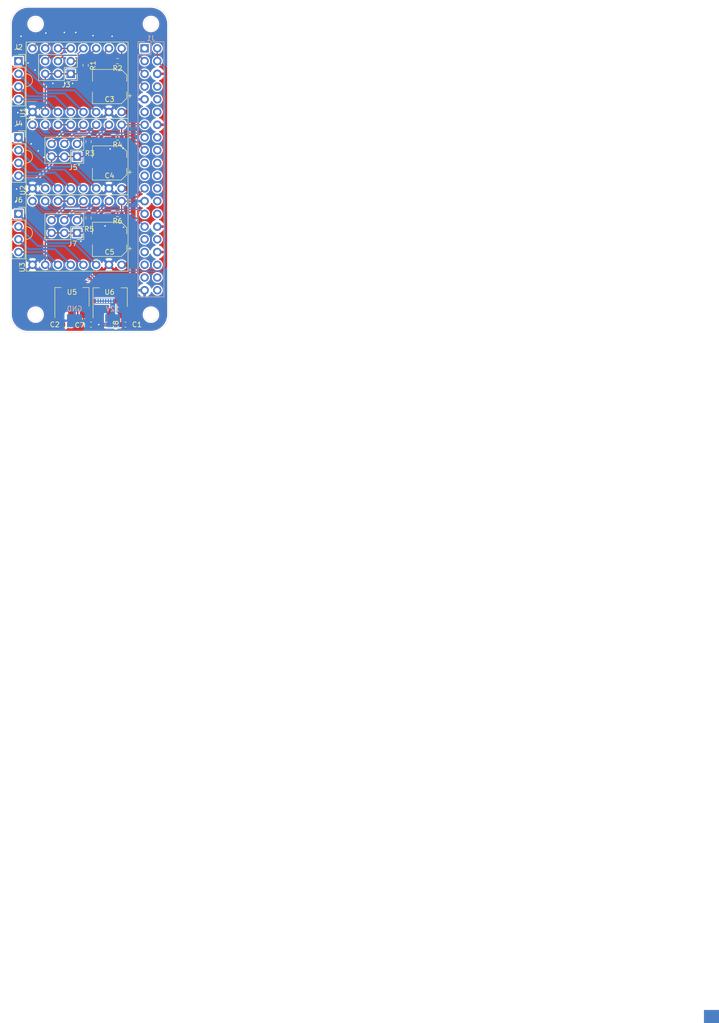
<source format=kicad_pcb>
(kicad_pcb (version 20171130) (host pcbnew "(5.1.10)-1")
  (layers (0 F.Cu signal) (31 B.Cu signal) (34 B.Paste user hide) (35 F.Paste user hide) (36 B.SilkS user) (37 F.SilkS user) (38 B.Mask user hide) (39 F.Mask user hide) (44 Edge.Cuts user))
  (net 0 "")
  (net 1 +12V)
  (net 2 GND)
  (net 3 +5V)
  (net 4 VCC)
  (net 5 "Net-(J1-Pad1)")
  (net 6 /dir1)
  (net 7 /step1)
  (net 8 /en1)
  (net 9 /en2)
  (net 10 /step2)
  (net 11 /en3)
  (net 12 /dir2)
  (net 13 /step3)
  (net 14 /dir3)
  (net 15 "Net-(J1-Pad16)")
  (net 16 "Net-(J1-Pad18)")
  (net 17 "Net-(J1-Pad20)")
  (net 18 "Net-(J1-Pad22)")
  (net 19 "Net-(J1-Pad24)")
  (net 20 "Net-(J1-Pad26)")
  (net 21 "Net-(J1-Pad28)")
  (net 22 "Net-(J1-Pad31)")
  (net 23 "Net-(J1-Pad32)")
  (net 24 "Net-(J1-Pad33)")
  (net 25 "Net-(J1-Pad35)")
  (net 26 "Net-(J1-Pad36)")
  (net 27 "Net-(J1-Pad37)")
  (net 28 "Net-(J1-Pad38)")
  (net 29 "Net-(J1-Pad40)")
  (net 30 "Net-(J2-Pad4)")
  (net 31 "Net-(J2-Pad3)")
  (net 32 "Net-(J2-Pad2)")
  (net 33 "Net-(J2-Pad1)")
  (net 34 "Net-(J3-Pad2)")
  (net 35 "Net-(J3-Pad4)")
  (net 36 "Net-(J3-Pad6)")
  (net 37 "Net-(J6-Pad4)")
  (net 38 "Net-(J6-Pad3)")
  (net 39 "Net-(J6-Pad2)")
  (net 40 "Net-(J6-Pad1)")
  (net 41 "Net-(J7-Pad2)")
  (net 42 "Net-(J7-Pad4)")
  (net 43 "Net-(J7-Pad6)")
  (net 44 "Net-(U1-Pad3)")
  (net 45 "Net-(U3-Pad3)")
  (net 46 "Net-(J4-Pad1)")
  (net 47 "Net-(J4-Pad2)")
  (net 48 "Net-(J4-Pad3)")
  (net 49 "Net-(J4-Pad4)")
  (net 50 "Net-(J5-Pad2)")
  (net 51 "Net-(J5-Pad4)")
  (net 52 "Net-(J5-Pad6)")
  (net 53 "Net-(U2-Pad3)")
  (net 54 /enX)
  (net 55 /stepX)
  (net 56 /dirX)
  (net 57 "Net-(J1-Pad11)")
  (net 58 "Net-(J1-Pad21)")
  (net 59 "Net-(J1-Pad19)")
  (module Connector_Pin:Pin_D1.3mm_L11.0mm (layer B.Cu) (at 133.096 152.4)
    (fp_text reference GND (at 0 -2.4) (layer B.SilkS) (effects (justify mirror)))
    (fp_text value Pin_D1.3mm_L11.0mm)
    (pad 1 smd rect (at 0 0) (size 3 2.6) (layers B.Cu B.Paste B.Mask) (net 2 GND))
  )
  (module "" (layer F.Cu) (at 119.38 138.811)
    (fp_text reference "" (at 140.716 152.4) (layer F.SilkS) (effects (font (size 1.27 1.27))))
    (fp_text value "" (at 140.716 152.4) (layer F.SilkS) (effects (font (size 1.27 1.27))))
    (pad 1 smd rect (at 140.716 152.4) (size 3 2.6) (layers B.Cu B.Paste B.Mask))
  )
  (module Connector_Pin:Pin_D1.3mm_L11.0mm (layer B.Cu) (at 140.716 152.4)
    (fp_text reference 12V (at 0 -2.4) (layer B.SilkS) (effects (justify mirror)))
    (fp_text value Pin_D1.3mm_L11.0mm)
    (pad 1 smd rect (at 0 0) (size 3 2.6) (layers B.Cu B.Paste B.Mask) (net 1 +12V))
  )
  (module Connector_PinSocket_2.54mm:PinSocket_2x20_P2.54mm_Vertical (layer B.Cu) (at 147.066 98.044 180)
    (fp_text reference J1 (at -1.27 2.032 180) (layer B.SilkS) (effects (justify mirror)))
    (fp_text value Conn_02x20_Odd_Even)
    (pad 40 thru_hole oval (at -2.54 -48.26 180) (size 1.7 1.7) (drill 1) (layers *.Cu *.Mask) (net 29 "Net-(J1-Pad40)"))
    (pad 39 thru_hole oval (at 0 -48.26 180) (size 1.7 1.7) (drill 1) (layers *.Cu *.Mask) (net 2 GND))
    (pad 38 thru_hole oval (at -2.54 -45.72 180) (size 1.7 1.7) (drill 1) (layers *.Cu *.Mask) (net 28 "Net-(J1-Pad38)"))
    (pad 37 thru_hole oval (at 0 -45.72 180) (size 1.7 1.7) (drill 1) (layers *.Cu *.Mask) (net 27 "Net-(J1-Pad37)"))
    (pad 36 thru_hole oval (at -2.54 -43.18 180) (size 1.7 1.7) (drill 1) (layers *.Cu *.Mask) (net 26 "Net-(J1-Pad36)"))
    (pad 35 thru_hole oval (at 0 -43.18 180) (size 1.7 1.7) (drill 1) (layers *.Cu *.Mask) (net 25 "Net-(J1-Pad35)"))
    (pad 34 thru_hole oval (at -2.54 -40.64 180) (size 1.7 1.7) (drill 1) (layers *.Cu *.Mask) (net 2 GND))
    (pad 33 thru_hole oval (at 0 -40.64 180) (size 1.7 1.7) (drill 1) (layers *.Cu *.Mask) (net 24 "Net-(J1-Pad33)"))
    (pad 32 thru_hole oval (at -2.54 -38.1 180) (size 1.7 1.7) (drill 1) (layers *.Cu *.Mask) (net 23 "Net-(J1-Pad32)"))
    (pad 31 thru_hole oval (at 0 -38.1 180) (size 1.7 1.7) (drill 1) (layers *.Cu *.Mask) (net 22 "Net-(J1-Pad31)"))
    (pad 30 thru_hole oval (at -2.54 -35.56 180) (size 1.7 1.7) (drill 1) (layers *.Cu *.Mask) (net 2 GND))
    (pad 29 thru_hole oval (at 0 -35.56 180) (size 1.7 1.7) (drill 1) (layers *.Cu *.Mask) (net 14 /dir3))
    (pad 28 thru_hole oval (at -2.54 -33.02 180) (size 1.7 1.7) (drill 1) (layers *.Cu *.Mask) (net 21 "Net-(J1-Pad28)"))
    (pad 27 thru_hole oval (at 0 -33.02 180) (size 1.7 1.7) (drill 1) (layers *.Cu *.Mask) (net 13 /step3))
    (pad 26 thru_hole oval (at -2.54 -30.48 180) (size 1.7 1.7) (drill 1) (layers *.Cu *.Mask) (net 20 "Net-(J1-Pad26)"))
    (pad 25 thru_hole oval (at 0 -30.48 180) (size 1.7 1.7) (drill 1) (layers *.Cu *.Mask) (net 2 GND))
    (pad 24 thru_hole oval (at -2.54 -27.94 180) (size 1.7 1.7) (drill 1) (layers *.Cu *.Mask) (net 19 "Net-(J1-Pad24)"))
    (pad 23 thru_hole oval (at 0 -27.94 180) (size 1.7 1.7) (drill 1) (layers *.Cu *.Mask) (net 11 /en3))
    (pad 22 thru_hole oval (at -2.54 -25.4 180) (size 1.7 1.7) (drill 1) (layers *.Cu *.Mask) (net 18 "Net-(J1-Pad22)"))
    (pad 21 thru_hole oval (at 0 -25.4 180) (size 1.7 1.7) (drill 1) (layers *.Cu *.Mask) (net 58 "Net-(J1-Pad21)"))
    (pad 20 thru_hole oval (at -2.54 -22.86 180) (size 1.7 1.7) (drill 1) (layers *.Cu *.Mask) (net 17 "Net-(J1-Pad20)"))
    (pad 19 thru_hole oval (at 0 -22.86 180) (size 1.7 1.7) (drill 1) (layers *.Cu *.Mask) (net 59 "Net-(J1-Pad19)"))
    (pad 18 thru_hole oval (at -2.54 -20.32 180) (size 1.7 1.7) (drill 1) (layers *.Cu *.Mask) (net 16 "Net-(J1-Pad18)"))
    (pad 17 thru_hole oval (at 0 -20.32 180) (size 1.7 1.7) (drill 1) (layers *.Cu *.Mask) (net 12 /dir2))
    (pad 16 thru_hole oval (at -2.54 -17.78 180) (size 1.7 1.7) (drill 1) (layers *.Cu *.Mask) (net 15 "Net-(J1-Pad16)"))
    (pad 15 thru_hole oval (at 0 -17.78 180) (size 1.7 1.7) (drill 1) (layers *.Cu *.Mask) (net 10 /step2))
    (pad 14 thru_hole oval (at -2.54 -15.24 180) (size 1.7 1.7) (drill 1) (layers *.Cu *.Mask) (net 2 GND))
    (pad 13 thru_hole oval (at 0 -15.24 180) (size 1.7 1.7) (drill 1) (layers *.Cu *.Mask) (net 9 /en2))
    (pad 12 thru_hole oval (at -2.54 -12.7 180) (size 1.7 1.7) (drill 1) (layers *.Cu *.Mask) (net 56 /dirX))
    (pad 11 thru_hole oval (at 0 -12.7 180) (size 1.7 1.7) (drill 1) (layers *.Cu *.Mask) (net 57 "Net-(J1-Pad11)"))
    (pad 10 thru_hole oval (at -2.54 -10.16 180) (size 1.7 1.7) (drill 1) (layers *.Cu *.Mask) (net 55 /stepX))
    (pad 9 thru_hole oval (at 0 -10.16 180) (size 1.7 1.7) (drill 1) (layers *.Cu *.Mask) (net 2 GND))
    (pad 8 thru_hole oval (at -2.54 -7.62 180) (size 1.7 1.7) (drill 1) (layers *.Cu *.Mask) (net 54 /enX))
    (pad 7 thru_hole oval (at 0 -7.62 180) (size 1.7 1.7) (drill 1) (layers *.Cu *.Mask) (net 8 /en1))
    (pad 6 thru_hole oval (at -2.54 -5.08 180) (size 1.7 1.7) (drill 1) (layers *.Cu *.Mask) (net 2 GND))
    (pad 5 thru_hole oval (at 0 -5.08 180) (size 1.7 1.7) (drill 1) (layers *.Cu *.Mask) (net 7 /step1))
    (pad 4 thru_hole oval (at -2.54 -2.54 180) (size 1.7 1.7) (drill 1) (layers *.Cu *.Mask) (net 3 +5V))
    (pad 3 thru_hole oval (at 0 -2.54 180) (size 1.7 1.7) (drill 1) (layers *.Cu *.Mask) (net 6 /dir1))
    (pad 2 thru_hole oval (at -2.54 0 180) (size 1.7 1.7) (drill 1) (layers *.Cu *.Mask) (net 3 +5V))
    (pad 1 thru_hole rect (at 0 0 180) (size 1.7 1.7) (drill 1) (layers *.Cu *.Mask) (net 5 "Net-(J1-Pad1)"))
  )
  (module a4988:a4988 (layer F.Cu) (at 133.604 104.394)
    (fp_text reference U1 (at -10.795 6.477 90) (layer F.SilkS))
    (fp_text value a4988)
    (pad 9 thru_hole circle (at 8.89 6.35 90) (size 1.7 1.7) (drill 1) (layers *.Cu *.Mask) (net 1 +12V))
    (pad 10 thru_hole circle (at 6.35 6.35 90) (size 1.7 1.7) (drill 1) (layers *.Cu *.Mask) (net 2 GND))
    (pad 11 thru_hole circle (at 3.81 6.35 90) (size 1.7 1.7) (drill 1) (layers *.Cu *.Mask) (net 33 "Net-(J2-Pad1)"))
    (pad 12 thru_hole circle (at 1.27 6.35 90) (size 1.7 1.7) (drill 1) (layers *.Cu *.Mask) (net 32 "Net-(J2-Pad2)"))
    (pad 13 thru_hole circle (at -1.27 6.35 90) (size 1.7 1.7) (drill 1) (layers *.Cu *.Mask) (net 31 "Net-(J2-Pad3)"))
    (pad 14 thru_hole circle (at -3.81 6.35 90) (size 1.7 1.7) (drill 1) (layers *.Cu *.Mask) (net 30 "Net-(J2-Pad4)"))
    (pad 15 thru_hole circle (at -6.35 6.35 90) (size 1.7 1.7) (drill 1) (layers *.Cu *.Mask) (net 4 VCC))
    (pad 16 thru_hole circle (at -8.89 6.35 90) (size 1.7 1.7) (drill 1) (layers *.Cu *.Mask) (net 2 GND))
    (pad 1 thru_hole circle (at -8.89 -6.35 90) (size 1.7 1.7) (drill 1) (layers *.Cu *.Mask) (net 6 /dir1))
    (pad 2 thru_hole circle (at -6.35 -6.35 90) (size 1.7 1.7) (drill 1) (layers *.Cu *.Mask) (net 7 /step1))
    (pad 3 thru_hole circle (at -3.81 -6.35 90) (size 1.7 1.7) (drill 1) (layers *.Cu *.Mask) (net 44 "Net-(U1-Pad3)"))
    (pad 4 thru_hole circle (at -1.27 -6.35 90) (size 1.7 1.7) (drill 1) (layers *.Cu *.Mask) (net 44 "Net-(U1-Pad3)"))
    (pad 5 thru_hole circle (at 1.27 -6.35 90) (size 1.7 1.7) (drill 1) (layers *.Cu *.Mask) (net 36 "Net-(J3-Pad6)"))
    (pad 6 thru_hole circle (at 3.81 -6.35 90) (size 1.7 1.7) (drill 1) (layers *.Cu *.Mask) (net 35 "Net-(J3-Pad4)"))
    (pad 7 thru_hole circle (at 6.35 -6.35 90) (size 1.7 1.7) (drill 1) (layers *.Cu *.Mask) (net 34 "Net-(J3-Pad2)"))
    (pad 8 thru_hole circle (at 8.89 -6.35 90) (size 1.7 1.7) (drill 1) (layers *.Cu *.Mask) (net 8 /en1))
  )
  (module Capacitor_SMD:C_0603_1608Metric (layer F.Cu) (at 143.243 153.162)
    (fp_text reference C1 (at 2.299 0) (layer F.SilkS))
    (fp_text value C)
    (pad 1 smd roundrect (at -0.775 0) (size 0.9 0.95) (layers F.Cu F.Paste F.Mask) (net 1 +12V))
    (pad 2 smd roundrect (at 0.775 0) (size 0.9 0.95) (layers F.Cu F.Paste F.Mask) (net 2 GND))
  )
  (module Capacitor_SMD:C_0603_1608Metric (layer F.Cu) (at 131.559 153.162 180)
    (fp_text reference C2 (at 2.4 0) (layer F.SilkS))
    (fp_text value C)
    (pad 2 smd roundrect (at 0.775 0 180) (size 0.9 0.95) (layers F.Cu F.Paste F.Mask) (net 2 GND))
    (pad 1 smd roundrect (at -0.775 0 180) (size 0.9 0.95) (layers F.Cu F.Paste F.Mask) (net 3 +5V))
  )
  (module Capacitor_SMD:CP_Elec_6.3x7.7 (layer F.Cu) (at 140.081 105.664 180)
    (fp_text reference C3 (at 0 -2.54) (layer F.SilkS))
    (fp_text value CP1)
    (pad 1 smd roundrect (at -2.7 0 180) (size 3.5 1.6) (layers F.Cu F.Paste F.Mask) (roundrect_rratio 0.15625) (net 1 +12V))
    (pad 2 smd roundrect (at 2.7 0 180) (size 3.5 1.6) (layers F.Cu F.Paste F.Mask) (roundrect_rratio 0.15625) (net 2 GND))
  )
  (module Capacitor_SMD:CP_Elec_6.3x7.7 (layer F.Cu) (at 140.081 120.904 180)
    (fp_text reference C4 (at 0 -2.54) (layer F.SilkS))
    (fp_text value CP1)
    (pad 2 smd roundrect (at 2.7 0 180) (size 3.5 1.6) (layers F.Cu F.Paste F.Mask) (roundrect_rratio 0.15625) (net 2 GND))
    (pad 1 smd roundrect (at -2.7 0 180) (size 3.5 1.6) (layers F.Cu F.Paste F.Mask) (roundrect_rratio 0.15625) (net 1 +12V))
  )
  (module Capacitor_SMD:CP_Elec_6.3x7.7 (layer F.Cu) (at 140.081 136.144 180)
    (fp_text reference C5 (at 0 -2.54) (layer F.SilkS))
    (fp_text value CP1)
    (pad 1 smd roundrect (at -2.7 0 180) (size 3.5 1.6) (layers F.Cu F.Paste F.Mask) (roundrect_rratio 0.15625) (net 1 +12V))
    (pad 2 smd roundrect (at 2.7 0 180) (size 3.5 1.6) (layers F.Cu F.Paste F.Mask) (roundrect_rratio 0.15625) (net 2 GND))
  )
  (module Capacitor_SMD:C_0603_1608Metric (layer F.Cu) (at 136.385 153.162)
    (fp_text reference C7 (at -2.273 0.127) (layer F.SilkS))
    (fp_text value C)
    (pad 1 smd roundrect (at -0.775 0) (size 0.9 0.95) (layers F.Cu F.Paste F.Mask) (net 1 +12V))
    (pad 2 smd roundrect (at 0.775 0) (size 0.9 0.95) (layers F.Cu F.Paste F.Mask) (net 2 GND))
  )
  (module Capacitor_SMD:C_0603_1608Metric (layer F.Cu) (at 139.459 153.162 180)
    (fp_text reference C8 (at -1.892 -0.127 90) (layer F.SilkS))
    (fp_text value C)
    (pad 2 smd roundrect (at 0.775 0 180) (size 0.9 0.95) (layers F.Cu F.Paste F.Mask) (net 2 GND))
    (pad 1 smd roundrect (at -0.775 0 180) (size 0.9 0.95) (layers F.Cu F.Paste F.Mask) (net 4 VCC))
  )
  (module Connector_PinSocket_2.54mm:PinSocket_1x04_P2.54mm_Vertical (layer F.Cu) (at 121.92 100.584)
    (fp_text reference J2 (at 0 -2.77) (layer F.SilkS))
    (fp_text value Conn_01x04)
    (pad 4 thru_hole oval (at 0 7.62) (size 1.7 1.7) (drill 1) (layers *.Cu *.Mask) (net 30 "Net-(J2-Pad4)"))
    (pad 3 thru_hole oval (at 0 5.08) (size 1.7 1.7) (drill 1) (layers *.Cu *.Mask) (net 31 "Net-(J2-Pad3)"))
    (pad 2 thru_hole oval (at 0 2.54) (size 1.7 1.7) (drill 1) (layers *.Cu *.Mask) (net 32 "Net-(J2-Pad2)"))
    (pad 1 thru_hole rect (at 0 0) (size 1.7 1.7) (drill 1) (layers *.Cu *.Mask) (net 33 "Net-(J2-Pad1)"))
  )
  (module Connector_PinSocket_2.54mm:PinSocket_2x03_P2.54mm_Vertical (layer F.Cu) (at 132.334 103.124 270)
    (fp_text reference J3 (at 2.159 0.889 180) (layer F.SilkS))
    (fp_text value Conn_02x03_Odd_Even)
    (pad 1 thru_hole rect (at 0 0 270) (size 1.7 1.7) (drill 1) (layers *.Cu *.Mask) (net 4 VCC))
    (pad 2 thru_hole oval (at -2.54 0 270) (size 1.7 1.7) (drill 1) (layers *.Cu *.Mask) (net 34 "Net-(J3-Pad2)"))
    (pad 3 thru_hole oval (at 0 2.54 270) (size 1.7 1.7) (drill 1) (layers *.Cu *.Mask) (net 4 VCC))
    (pad 4 thru_hole oval (at -2.54 2.54 270) (size 1.7 1.7) (drill 1) (layers *.Cu *.Mask) (net 35 "Net-(J3-Pad4)"))
    (pad 5 thru_hole oval (at 0 5.08 270) (size 1.7 1.7) (drill 1) (layers *.Cu *.Mask) (net 4 VCC))
    (pad 6 thru_hole oval (at -2.54 5.08 270) (size 1.7 1.7) (drill 1) (layers *.Cu *.Mask) (net 36 "Net-(J3-Pad6)"))
  )
  (module Connector_PinSocket_2.54mm:PinSocket_1x04_P2.54mm_Vertical (layer F.Cu) (at 121.92 131.064)
    (fp_text reference J6 (at 0 -2.77) (layer F.SilkS))
    (fp_text value Conn_01x04)
    (pad 4 thru_hole oval (at 0 7.62) (size 1.7 1.7) (drill 1) (layers *.Cu *.Mask) (net 37 "Net-(J6-Pad4)"))
    (pad 3 thru_hole oval (at 0 5.08) (size 1.7 1.7) (drill 1) (layers *.Cu *.Mask) (net 38 "Net-(J6-Pad3)"))
    (pad 2 thru_hole oval (at 0 2.54) (size 1.7 1.7) (drill 1) (layers *.Cu *.Mask) (net 39 "Net-(J6-Pad2)"))
    (pad 1 thru_hole rect (at 0 0) (size 1.7 1.7) (drill 1) (layers *.Cu *.Mask) (net 40 "Net-(J6-Pad1)"))
  )
  (module Connector_PinSocket_2.54mm:PinSocket_2x03_P2.54mm_Vertical (layer F.Cu) (at 133.604 134.874 270)
    (fp_text reference J7 (at 2.159 0.889 180) (layer F.SilkS))
    (fp_text value Conn_02x03_Odd_Even)
    (pad 1 thru_hole rect (at 0 0 270) (size 1.7 1.7) (drill 1) (layers *.Cu *.Mask) (net 4 VCC))
    (pad 2 thru_hole oval (at -2.54 0 270) (size 1.7 1.7) (drill 1) (layers *.Cu *.Mask) (net 41 "Net-(J7-Pad2)"))
    (pad 3 thru_hole oval (at 0 2.54 270) (size 1.7 1.7) (drill 1) (layers *.Cu *.Mask) (net 4 VCC))
    (pad 4 thru_hole oval (at -2.54 2.54 270) (size 1.7 1.7) (drill 1) (layers *.Cu *.Mask) (net 42 "Net-(J7-Pad4)"))
    (pad 5 thru_hole oval (at 0 5.08 270) (size 1.7 1.7) (drill 1) (layers *.Cu *.Mask) (net 4 VCC))
    (pad 6 thru_hole oval (at -2.54 5.08 270) (size 1.7 1.7) (drill 1) (layers *.Cu *.Mask) (net 43 "Net-(J7-Pad6)"))
  )
  (module a4988:a4988 (layer F.Cu) (at 133.604 134.874)
    (fp_text reference U3 (at -10.922 6.858 90) (layer F.SilkS))
    (fp_text value a4988)
    (pad 9 thru_hole circle (at 8.89 6.35 90) (size 1.7 1.7) (drill 1) (layers *.Cu *.Mask) (net 1 +12V))
    (pad 10 thru_hole circle (at 6.35 6.35 90) (size 1.7 1.7) (drill 1) (layers *.Cu *.Mask) (net 2 GND))
    (pad 11 thru_hole circle (at 3.81 6.35 90) (size 1.7 1.7) (drill 1) (layers *.Cu *.Mask) (net 40 "Net-(J6-Pad1)"))
    (pad 12 thru_hole circle (at 1.27 6.35 90) (size 1.7 1.7) (drill 1) (layers *.Cu *.Mask) (net 39 "Net-(J6-Pad2)"))
    (pad 13 thru_hole circle (at -1.27 6.35 90) (size 1.7 1.7) (drill 1) (layers *.Cu *.Mask) (net 38 "Net-(J6-Pad3)"))
    (pad 14 thru_hole circle (at -3.81 6.35 90) (size 1.7 1.7) (drill 1) (layers *.Cu *.Mask) (net 37 "Net-(J6-Pad4)"))
    (pad 15 thru_hole circle (at -6.35 6.35 90) (size 1.7 1.7) (drill 1) (layers *.Cu *.Mask) (net 4 VCC))
    (pad 16 thru_hole circle (at -8.89 6.35 90) (size 1.7 1.7) (drill 1) (layers *.Cu *.Mask) (net 2 GND))
    (pad 1 thru_hole circle (at -8.89 -6.35 90) (size 1.7 1.7) (drill 1) (layers *.Cu *.Mask) (net 14 /dir3))
    (pad 2 thru_hole circle (at -6.35 -6.35 90) (size 1.7 1.7) (drill 1) (layers *.Cu *.Mask) (net 13 /step3))
    (pad 3 thru_hole circle (at -3.81 -6.35 90) (size 1.7 1.7) (drill 1) (layers *.Cu *.Mask) (net 45 "Net-(U3-Pad3)"))
    (pad 4 thru_hole circle (at -1.27 -6.35 90) (size 1.7 1.7) (drill 1) (layers *.Cu *.Mask) (net 45 "Net-(U3-Pad3)"))
    (pad 5 thru_hole circle (at 1.27 -6.35 90) (size 1.7 1.7) (drill 1) (layers *.Cu *.Mask) (net 43 "Net-(J7-Pad6)"))
    (pad 6 thru_hole circle (at 3.81 -6.35 90) (size 1.7 1.7) (drill 1) (layers *.Cu *.Mask) (net 42 "Net-(J7-Pad4)"))
    (pad 7 thru_hole circle (at 6.35 -6.35 90) (size 1.7 1.7) (drill 1) (layers *.Cu *.Mask) (net 41 "Net-(J7-Pad2)"))
    (pad 8 thru_hole circle (at 8.89 -6.35 90) (size 1.7 1.7) (drill 1) (layers *.Cu *.Mask) (net 11 /en3))
  )
  (module Package_TO_SOT_SMD:SOT-223-3_TabPin2 (layer F.Cu) (at 132.588 147.676 90)
    (fp_text reference U5 (at 0.991 0 180) (layer F.SilkS))
    (fp_text value IFX27001TFV50)
    (pad 2 smd rect (at 3.15 0 90) (size 2 3.8) (layers F.Cu F.Paste F.Mask) (net 3 +5V))
    (pad 2 smd rect (at -3.15 0 90) (size 2 1.5) (layers F.Cu F.Paste F.Mask) (net 3 +5V))
    (pad 3 smd rect (at -3.15 2.3 90) (size 2 1.5) (layers F.Cu F.Paste F.Mask) (net 1 +12V))
    (pad 1 smd rect (at -3.15 -2.3 90) (size 2 1.5) (layers F.Cu F.Paste F.Mask) (net 2 GND))
  )
  (module Package_TO_SOT_SMD:SOT-223-3_TabPin2 (layer F.Cu) (at 140.208 147.726 90)
    (fp_text reference U6 (at 1.041 -0.127 180) (layer F.SilkS))
    (fp_text value AP1117-33)
    (pad 1 smd rect (at -3.15 -2.3 90) (size 2 1.5) (layers F.Cu F.Paste F.Mask) (net 2 GND))
    (pad 3 smd rect (at -3.15 2.3 90) (size 2 1.5) (layers F.Cu F.Paste F.Mask) (net 1 +12V))
    (pad 2 smd rect (at -3.15 0 90) (size 2 1.5) (layers F.Cu F.Paste F.Mask) (net 4 VCC))
    (pad 2 smd rect (at 3.15 0 90) (size 2 3.8) (layers F.Cu F.Paste F.Mask) (net 4 VCC))
  )
  (module Resistor_SMD:R_0603_1608Metric (layer F.Cu) (at 135.89 131.889 90)
    (fp_text reference R5 (at -2.223 0.127 180) (layer F.SilkS))
    (fp_text value 100k)
    (pad 2 smd roundrect (at 0.825 0 90) (size 0.8 0.95) (layers F.Cu F.Paste F.Mask) (net 41 "Net-(J7-Pad2)"))
    (pad 1 smd roundrect (at -0.825 0 90) (size 0.8 0.95) (layers F.Cu F.Paste F.Mask) (net 2 GND))
  )
  (module Resistor_SMD:R_0603_1608Metric (layer F.Cu) (at 141.669 131.064 180)
    (fp_text reference R6 (at 0 -1.43) (layer F.SilkS))
    (fp_text value 10k)
    (pad 1 smd roundrect (at -0.825 0 180) (size 0.8 0.95) (layers F.Cu F.Paste F.Mask) (net 11 /en3))
    (pad 2 smd roundrect (at 0.825 0 180) (size 0.8 0.95) (layers F.Cu F.Paste F.Mask) (net 4 VCC))
  )
  (module Resistor_SMD:R_0603_1608Metric (layer F.Cu) (at 135.319 101.409 90)
    (fp_text reference R1 (at -0.064 1.46 90) (layer F.SilkS))
    (fp_text value 100k)
    (pad 2 smd roundrect (at 0.825 0 90) (size 0.8 0.95) (layers F.Cu F.Paste F.Mask) (net 34 "Net-(J3-Pad2)"))
    (pad 1 smd roundrect (at -0.825 0 90) (size 0.8 0.95) (layers F.Cu F.Paste F.Mask) (net 2 GND))
  )
  (module Resistor_SMD:R_0603_1608Metric (layer F.Cu) (at 141.669 100.584 180)
    (fp_text reference R2 (at 0 -1.43) (layer F.SilkS))
    (fp_text value 10k)
    (pad 1 smd roundrect (at -0.825 0 180) (size 0.8 0.95) (layers F.Cu F.Paste F.Mask) (net 8 /en1))
    (pad 2 smd roundrect (at 0.825 0 180) (size 0.8 0.95) (layers F.Cu F.Paste F.Mask) (net 4 VCC))
  )
  (module Resistor_SMD:R_0603_1608Metric (layer F.Cu) (at 135.89 116.649 90)
    (fp_text reference R3 (at -2.35 0.254 180) (layer F.SilkS))
    (fp_text value 100k)
    (pad 1 smd roundrect (at -0.825 0 90) (size 0.8 0.95) (layers F.Cu F.Paste F.Mask) (net 2 GND))
    (pad 2 smd roundrect (at 0.825 0 90) (size 0.8 0.95) (layers F.Cu F.Paste F.Mask) (net 50 "Net-(J5-Pad2)"))
  )
  (module Resistor_SMD:R_0603_1608Metric (layer F.Cu) (at 141.669 115.824 180)
    (fp_text reference R4 (at 0 -1.43) (layer F.SilkS))
    (fp_text value 10k)
    (pad 2 smd roundrect (at 0.825 0 180) (size 0.8 0.95) (layers F.Cu F.Paste F.Mask) (net 4 VCC))
    (pad 1 smd roundrect (at -0.825 0 180) (size 0.8 0.95) (layers F.Cu F.Paste F.Mask) (net 9 /en2))
  )
  (module Connector_PinSocket_2.54mm:PinSocket_1x04_P2.54mm_Vertical (layer F.Cu) (at 121.92 115.824)
    (fp_text reference J4 (at 0 -2.77) (layer F.SilkS))
    (fp_text value Conn_01x04)
    (pad 4 thru_hole oval (at 0 7.62) (size 1.7 1.7) (drill 1) (layers *.Cu *.Mask) (net 49 "Net-(J4-Pad4)"))
    (pad 3 thru_hole oval (at 0 5.08) (size 1.7 1.7) (drill 1) (layers *.Cu *.Mask) (net 48 "Net-(J4-Pad3)"))
    (pad 2 thru_hole oval (at 0 2.54) (size 1.7 1.7) (drill 1) (layers *.Cu *.Mask) (net 47 "Net-(J4-Pad2)"))
    (pad 1 thru_hole rect (at 0 0) (size 1.7 1.7) (drill 1) (layers *.Cu *.Mask) (net 46 "Net-(J4-Pad1)"))
  )
  (module Connector_PinSocket_2.54mm:PinSocket_2x03_P2.54mm_Vertical (layer F.Cu) (at 133.604 119.634 270)
    (fp_text reference J5 (at 2.159 0.762 180) (layer F.SilkS))
    (fp_text value Conn_02x03_Odd_Even)
    (pad 1 thru_hole rect (at 0 0 270) (size 1.7 1.7) (drill 1) (layers *.Cu *.Mask) (net 4 VCC))
    (pad 2 thru_hole oval (at -2.54 0 270) (size 1.7 1.7) (drill 1) (layers *.Cu *.Mask) (net 50 "Net-(J5-Pad2)"))
    (pad 3 thru_hole oval (at 0 2.54 270) (size 1.7 1.7) (drill 1) (layers *.Cu *.Mask) (net 4 VCC))
    (pad 4 thru_hole oval (at -2.54 2.54 270) (size 1.7 1.7) (drill 1) (layers *.Cu *.Mask) (net 51 "Net-(J5-Pad4)"))
    (pad 5 thru_hole oval (at 0 5.08 270) (size 1.7 1.7) (drill 1) (layers *.Cu *.Mask) (net 4 VCC))
    (pad 6 thru_hole oval (at -2.54 5.08 270) (size 1.7 1.7) (drill 1) (layers *.Cu *.Mask) (net 52 "Net-(J5-Pad6)"))
  )
  (module a4988:a4988 (layer F.Cu) (at 133.604 119.634)
    (fp_text reference U2 (at -10.795 6.731 90) (layer F.SilkS))
    (fp_text value a4988)
    (pad 8 thru_hole circle (at 8.89 -6.35 90) (size 1.7 1.7) (drill 1) (layers *.Cu *.Mask) (net 9 /en2))
    (pad 7 thru_hole circle (at 6.35 -6.35 90) (size 1.7 1.7) (drill 1) (layers *.Cu *.Mask) (net 50 "Net-(J5-Pad2)"))
    (pad 6 thru_hole circle (at 3.81 -6.35 90) (size 1.7 1.7) (drill 1) (layers *.Cu *.Mask) (net 51 "Net-(J5-Pad4)"))
    (pad 5 thru_hole circle (at 1.27 -6.35 90) (size 1.7 1.7) (drill 1) (layers *.Cu *.Mask) (net 52 "Net-(J5-Pad6)"))
    (pad 4 thru_hole circle (at -1.27 -6.35 90) (size 1.7 1.7) (drill 1) (layers *.Cu *.Mask) (net 53 "Net-(U2-Pad3)"))
    (pad 3 thru_hole circle (at -3.81 -6.35 90) (size 1.7 1.7) (drill 1) (layers *.Cu *.Mask) (net 53 "Net-(U2-Pad3)"))
    (pad 2 thru_hole circle (at -6.35 -6.35 90) (size 1.7 1.7) (drill 1) (layers *.Cu *.Mask) (net 10 /step2))
    (pad 1 thru_hole circle (at -8.89 -6.35 90) (size 1.7 1.7) (drill 1) (layers *.Cu *.Mask) (net 12 /dir2))
    (pad 16 thru_hole circle (at -8.89 6.35 90) (size 1.7 1.7) (drill 1) (layers *.Cu *.Mask) (net 2 GND))
    (pad 15 thru_hole circle (at -6.35 6.35 90) (size 1.7 1.7) (drill 1) (layers *.Cu *.Mask) (net 4 VCC))
    (pad 14 thru_hole circle (at -3.81 6.35 90) (size 1.7 1.7) (drill 1) (layers *.Cu *.Mask) (net 49 "Net-(J4-Pad4)"))
    (pad 13 thru_hole circle (at -1.27 6.35 90) (size 1.7 1.7) (drill 1) (layers *.Cu *.Mask) (net 48 "Net-(J4-Pad3)"))
    (pad 12 thru_hole circle (at 1.27 6.35 90) (size 1.7 1.7) (drill 1) (layers *.Cu *.Mask) (net 47 "Net-(J4-Pad2)"))
    (pad 11 thru_hole circle (at 3.81 6.35 90) (size 1.7 1.7) (drill 1) (layers *.Cu *.Mask) (net 46 "Net-(J4-Pad1)"))
    (pad 10 thru_hole circle (at 6.35 6.35 90) (size 1.7 1.7) (drill 1) (layers *.Cu *.Mask) (net 2 GND))
    (pad 9 thru_hole circle (at 8.89 6.35 90) (size 1.7 1.7) (drill 1) (layers *.Cu *.Mask) (net 1 +12V))
  )
  (gr_circle (center 125.336 93.174001) (end 125.336 94.549001) (layer Edge.Cuts) (width 0.05))
  (gr_circle (center 148.336 93.174001) (end 148.336 94.549001) (layer Edge.Cuts) (width 0.05))
  (gr_circle (center 125.336 151.174) (end 125.336 152.549) (layer Edge.Cuts) (width 0.05))
  (gr_circle (center 148.336 151.174) (end 148.336 152.549) (layer Edge.Cuts) (width 0.05))
  (gr_arc (start 148.336 93.174001) (end 151.836 93.174) (angle -90) (layer Edge.Cuts) (width 0.05))
  (gr_line (start 151.835999 151.174) (end 151.836 93.174) (layer Edge.Cuts) (width 0.05))
  (gr_arc (start 148.336 151.174) (end 148.335999 154.674) (angle -90) (layer Edge.Cuts) (width 0.05))
  (gr_line (start 123.836 154.674) (end 148.335999 154.674) (layer Edge.Cuts) (width 0.05))
  (gr_line (start 148.335999 89.674001) (end 123.836 89.674001) (layer Edge.Cuts) (width 0.05))
  (gr_arc (start 123.836 93.174001) (end 123.836 89.674001) (angle -90) (layer Edge.Cuts) (width 0.05))
  (gr_arc (start 123.836 151.174) (end 120.336 151.174) (angle -90) (layer Edge.Cuts) (width 0.05))
  (gr_line (start 120.336 93.174001) (end 120.336 151.174) (layer Edge.Cuts) (width 0.05))
  (via (at 137.541 148.717) (size 0.5) (drill 0.3) (layers F.Cu B.Cu) (net 1))
  (via (at 139.573 148.717) (size 0.5) (drill 0.3) (layers F.Cu B.Cu) (net 1))
  (via (at 138.557 148.717) (size 0.5) (drill 0.3) (layers F.Cu B.Cu) (net 1))
  (via (at 140.081 148.717) (size 0.5) (drill 0.3) (layers F.Cu B.Cu) (net 1))
  (via (at 140.589 148.717) (size 0.5) (drill 0.3) (layers F.Cu B.Cu) (net 1))
  (via (at 138.049 148.717) (size 0.5) (drill 0.3) (layers F.Cu B.Cu) (net 1))
  (via (at 139.065 148.717) (size 0.5) (drill 0.3) (layers F.Cu B.Cu) (net 1))
  (segment (start 134.888 152.44) (end 135.61 153.162) (width 0.25) (layer F.Cu) (net 1))
  (segment (start 134.888 150.826) (end 134.888 152.44) (width 0.25) (layer F.Cu) (net 1))
  (segment (start 142.508 153.122) (end 142.468 153.162) (width 0.25) (layer F.Cu) (net 1))
  (segment (start 142.508 150.876) (end 142.508 153.122) (width 0.25) (layer F.Cu) (net 1))
  (segment (start 135.763 148.463) (end 134.888 149.338) (width 1) (layer F.Cu) (net 1))
  (segment (start 142.494 148.463) (end 140.589 148.463) (width 1) (layer F.Cu) (net 1))
  (segment (start 134.888 149.338) (end 134.888 150.826) (width 1) (layer F.Cu) (net 1))
  (segment (start 142.508 148.477) (end 142.494 148.463) (width 1) (layer F.Cu) (net 1))
  (segment (start 142.508 150.876) (end 142.508 148.477) (width 1) (layer F.Cu) (net 1))
  (segment (start 140.716 152.4) (end 140.716 148.463) (width 1) (layer B.Cu) (net 1))
  (segment (start 140.716 148.463) (end 137.414 148.463) (width 1) (layer B.Cu) (net 1))
  (segment (start 137.541 148.463) (end 135.763 148.463) (width 1) (layer F.Cu) (net 1))
  (via (at 137.541 148.209) (size 0.5) (drill 0.3) (layers F.Cu B.Cu) (net 1))
  (segment (start 138.049 148.463) (end 137.541 148.463) (width 1) (layer F.Cu) (net 1))
  (via (at 138.049 148.209) (size 0.5) (drill 0.3) (layers F.Cu B.Cu) (net 1))
  (segment (start 138.557 148.463) (end 138.049 148.463) (width 1) (layer F.Cu) (net 1))
  (via (at 138.557 148.209) (size 0.5) (drill 0.3) (layers F.Cu B.Cu) (net 1))
  (segment (start 139.065 148.463) (end 138.557 148.463) (width 1) (layer F.Cu) (net 1))
  (via (at 139.065 148.209) (size 0.5) (drill 0.3) (layers F.Cu B.Cu) (net 1))
  (segment (start 139.573 148.463) (end 139.065 148.463) (width 1) (layer F.Cu) (net 1))
  (via (at 139.573 148.209) (size 0.5) (drill 0.3) (layers F.Cu B.Cu) (net 1))
  (segment (start 140.081 148.463) (end 139.573 148.463) (width 1) (layer F.Cu) (net 1))
  (via (at 140.081 148.209) (size 0.5) (drill 0.3) (layers F.Cu B.Cu) (net 1))
  (segment (start 140.589 148.463) (end 140.081 148.463) (width 1) (layer F.Cu) (net 1))
  (via (at 140.589 148.209) (size 0.5) (drill 0.3) (layers F.Cu B.Cu) (net 1))
  (segment (start 144.78 107.663) (end 142.781 105.664) (width 1) (layer F.Cu) (net 1))
  (segment (start 142.494 148.463) (end 144.78 146.177) (width 1) (layer F.Cu) (net 1))
  (segment (start 144.7165 110.744) (end 144.78 110.6805) (width 1) (layer F.Cu) (net 1))
  (segment (start 142.494 110.744) (end 144.7165 110.744) (width 1) (layer F.Cu) (net 1))
  (segment (start 144.78 110.6805) (end 144.78 107.663) (width 1) (layer F.Cu) (net 1))
  (segment (start 142.494 125.984) (end 144.78 125.984) (width 1) (layer F.Cu) (net 1))
  (segment (start 142.494 141.224) (end 144.78 141.224) (width 1) (layer F.Cu) (net 1))
  (segment (start 144.78 146.177) (end 144.78 141.224) (width 1) (layer F.Cu) (net 1))
  (segment (start 142.781 136.144) (end 144.78 136.144) (width 1) (layer F.Cu) (net 1))
  (segment (start 144.78 136.144) (end 144.78 125.984) (width 1) (layer F.Cu) (net 1))
  (segment (start 144.78 141.224) (end 144.78 136.144) (width 1) (layer F.Cu) (net 1))
  (segment (start 144.78 120.904) (end 144.78 110.6805) (width 1) (layer F.Cu) (net 1))
  (segment (start 142.781 120.904) (end 144.78 120.904) (width 1) (layer F.Cu) (net 1))
  (segment (start 144.78 125.984) (end 144.78 120.904) (width 1) (layer F.Cu) (net 1))
  (via (at 143.637 129.413) (size 0.5) (drill 0.3) (layers F.Cu B.Cu) (net 2))
  (via (at 145.796 129.54) (size 0.5) (drill 0.3) (layers F.Cu B.Cu) (net 2))
  (via (at 124.46 117.094) (size 0.5) (drill 0.3) (layers F.Cu B.Cu) (net 2))
  (via (at 125.857 118.491) (size 0.5) (drill 0.3) (layers F.Cu B.Cu) (net 2))
  (via (at 127 119.761) (size 0.5) (drill 0.3) (layers F.Cu B.Cu) (net 2))
  (via (at 123.825 100.965) (size 0.5) (drill 0.3) (layers F.Cu B.Cu) (net 2))
  (via (at 125.222 102.362) (size 0.5) (drill 0.3) (layers F.Cu B.Cu) (net 2))
  (via (at 136.779 95.504) (size 0.5) (drill 0.3) (layers F.Cu B.Cu) (net 2))
  (via (at 140.589 95.631) (size 0.5) (drill 0.3) (layers F.Cu B.Cu) (net 2))
  (via (at 121.412 128.524) (size 0.5) (drill 0.3) (layers F.Cu B.Cu) (net 2))
  (via (at 121.539 126.111) (size 0.5) (drill 0.3) (layers F.Cu B.Cu) (net 2))
  (via (at 121.793 110.871) (size 0.5) (drill 0.3) (layers F.Cu B.Cu) (net 2))
  (via (at 121.793 113.284) (size 0.5) (drill 0.3) (layers F.Cu B.Cu) (net 2))
  (via (at 131.064 94.869) (size 0.5) (drill 0.3) (layers F.Cu B.Cu) (net 2))
  (via (at 133.35 94.869) (size 0.5) (drill 0.3) (layers F.Cu B.Cu) (net 2))
  (via (at 127.381 94.996) (size 0.5) (drill 0.3) (layers F.Cu B.Cu) (net 2))
  (via (at 122.428 95.631) (size 0.5) (drill 0.3) (layers F.Cu B.Cu) (net 2))
  (via (at 121.793 98.171) (size 0.5) (drill 0.3) (layers F.Cu B.Cu) (net 2))
  (via (at 128.778 105.029) (size 0.5) (drill 0.3) (layers F.Cu B.Cu) (net 2))
  (via (at 131.191 105.029) (size 0.5) (drill 0.3) (layers F.Cu B.Cu) (net 2))
  (via (at 132.715 105.029) (size 0.5) (drill 0.3) (layers F.Cu B.Cu) (net 2))
  (via (at 133.985 121.285) (size 0.5) (drill 0.3) (layers F.Cu B.Cu) (net 2))
  (via (at 140.208 118.11) (size 0.5) (drill 0.3) (layers F.Cu B.Cu) (net 2))
  (via (at 142.748 117.983) (size 0.5) (drill 0.3) (layers F.Cu B.Cu) (net 2))
  (via (at 142.875 133.731) (size 0.5) (drill 0.3) (layers F.Cu B.Cu) (net 2))
  (via (at 139.192 133.477) (size 0.5) (drill 0.3) (layers F.Cu B.Cu) (net 2))
  (via (at 134.366 136.525) (size 0.5) (drill 0.3) (layers F.Cu B.Cu) (net 2))
  (via (at 137.922 153.162) (size 0.5) (drill 0.3) (layers F.Cu B.Cu) (net 2))
  (segment (start 137.908 153.148) (end 137.922 153.162) (width 0.25) (layer F.Cu) (net 2))
  (segment (start 137.908 150.876) (end 137.908 153.148) (width 0.25) (layer F.Cu) (net 2))
  (via (at 135.763 144.399) (size 0.5) (drill 0.3) (layers F.Cu B.Cu) (net 3))
  (segment (start 135.636 144.526) (end 135.763 144.399) (width 0.25) (layer F.Cu) (net 3))
  (segment (start 132.588 144.526) (end 135.636 144.526) (width 0.25) (layer F.Cu) (net 3))
  (segment (start 135.763 144.399) (end 137.668 142.494) (width 0.25) (layer B.Cu) (net 3))
  (segment (start 150.075002 142.494) (end 151.13 141.439002) (width 0.25) (layer B.Cu) (net 3))
  (segment (start 137.668 142.494) (end 150.075002 142.494) (width 0.25) (layer B.Cu) (net 3))
  (segment (start 151.13 102.108) (end 149.606 100.584) (width 0.25) (layer B.Cu) (net 3))
  (segment (start 151.13 141.439002) (end 151.13 102.108) (width 0.25) (layer B.Cu) (net 3))
  (segment (start 149.606 100.584) (end 149.606 98.044) (width 0.25) (layer B.Cu) (net 3))
  (segment (start 132.334 151.08) (end 132.588 150.826) (width 0.25) (layer F.Cu) (net 3))
  (segment (start 132.334 153.162) (end 132.334 151.08) (width 0.25) (layer F.Cu) (net 3))
  (segment (start 132.334 103.124) (end 127.254 103.124) (width 0.25) (layer F.Cu) (net 4))
  (segment (start 138.304 103.124) (end 132.334 103.124) (width 0.25) (layer F.Cu) (net 4))
  (segment (start 140.844 100.584) (end 138.304 103.124) (width 0.25) (layer F.Cu) (net 4))
  (segment (start 127.254 110.744) (end 127.254 103.124) (width 0.25) (layer F.Cu) (net 4))
  (segment (start 133.604 134.874) (end 128.524 134.874) (width 0.25) (layer F.Cu) (net 4))
  (segment (start 140.844 131.064) (end 139.192 131.064) (width 0.25) (layer F.Cu) (net 4))
  (segment (start 135.382 134.874) (end 133.604 134.874) (width 0.25) (layer F.Cu) (net 4))
  (segment (start 139.192 131.064) (end 135.382 134.874) (width 0.25) (layer F.Cu) (net 4))
  (segment (start 140.844 115.824) (end 139.192 115.824) (width 0.25) (layer F.Cu) (net 4))
  (segment (start 135.382 119.634) (end 133.604 119.634) (width 0.25) (layer F.Cu) (net 4))
  (segment (start 139.192 115.824) (end 135.382 119.634) (width 0.25) (layer F.Cu) (net 4))
  (segment (start 127.254 125.984) (end 125.476 124.206) (width 0.25) (layer F.Cu) (net 4))
  (segment (start 125.476 124.206) (end 123.444 124.206) (width 0.25) (layer F.Cu) (net 4))
  (segment (start 123.444 124.206) (end 122.555 125.095) (width 0.25) (layer F.Cu) (net 4))
  (segment (start 122.555 128.905) (end 128.524 134.874) (width 0.25) (layer F.Cu) (net 4))
  (segment (start 122.555 125.095) (end 122.555 128.905) (width 0.25) (layer F.Cu) (net 4))
  (segment (start 133.604 119.634) (end 128.524 119.634) (width 0.25) (layer F.Cu) (net 4))
  (segment (start 128.524 121.158) (end 125.476 124.206) (width 0.25) (layer F.Cu) (net 4))
  (segment (start 128.524 119.634) (end 128.524 121.158) (width 0.25) (layer F.Cu) (net 4))
  (segment (start 127.254 110.744) (end 125.476 108.966) (width 0.25) (layer F.Cu) (net 4))
  (segment (start 125.476 108.966) (end 123.698 108.966) (width 0.25) (layer F.Cu) (net 4))
  (segment (start 123.698 108.966) (end 122.936 109.728) (width 0.25) (layer F.Cu) (net 4))
  (segment (start 122.936 114.046) (end 128.524 119.634) (width 0.25) (layer F.Cu) (net 4))
  (segment (start 122.936 109.728) (end 122.936 114.046) (width 0.25) (layer F.Cu) (net 4))
  (segment (start 127.254 136.144) (end 128.524 134.874) (width 0.25) (layer F.Cu) (net 4))
  (segment (start 127.254 141.224) (end 127.254 136.144) (width 0.25) (layer F.Cu) (net 4))
  (segment (start 140.208 144.576) (end 137.718 144.576) (width 0.25) (layer F.Cu) (net 4))
  (segment (start 137.718 144.576) (end 136.017 142.875) (width 0.25) (layer F.Cu) (net 4))
  (segment (start 128.905 142.875) (end 127.254 141.224) (width 0.25) (layer F.Cu) (net 4))
  (segment (start 136.017 142.875) (end 128.905 142.875) (width 0.25) (layer F.Cu) (net 4))
  (segment (start 140.208 153.136) (end 140.234 153.162) (width 0.25) (layer F.Cu) (net 4))
  (segment (start 140.208 150.876) (end 140.208 153.136) (width 0.25) (layer F.Cu) (net 4))
  (segment (start 126.339011 96.418989) (end 124.714 98.044) (width 0.25) (layer F.Cu) (net 6))
  (segment (start 143.244401 96.418989) (end 126.339011 96.418989) (width 0.25) (layer F.Cu) (net 6))
  (segment (start 147.066 100.584) (end 147.066 100.240588) (width 0.25) (layer F.Cu) (net 6))
  (segment (start 147.066 100.584) (end 144.78 98.298) (width 0.25) (layer F.Cu) (net 6))
  (segment (start 144.78 97.954588) (end 143.244401 96.418989) (width 0.25) (layer F.Cu) (net 6))
  (segment (start 144.78 98.298) (end 144.78 97.954588) (width 0.25) (layer F.Cu) (net 6))
  (segment (start 128.429001 96.868999) (end 127.254 98.044) (width 0.25) (layer F.Cu) (net 7))
  (segment (start 143.058001 96.868999) (end 128.429001 96.868999) (width 0.25) (layer F.Cu) (net 7))
  (segment (start 143.669001 99.727001) (end 147.066 103.124) (width 0.25) (layer F.Cu) (net 7))
  (segment (start 143.669001 97.479999) (end 143.669001 99.727001) (width 0.25) (layer F.Cu) (net 7))
  (segment (start 143.058001 96.868999) (end 143.669001 97.479999) (width 0.25) (layer F.Cu) (net 7))
  (segment (start 142.494 100.584) (end 142.494 98.044) (width 0.25) (layer F.Cu) (net 8))
  (segment (start 142.494 101.092) (end 147.066 105.664) (width 0.25) (layer F.Cu) (net 8))
  (segment (start 142.494 100.584) (end 142.494 101.092) (width 0.25) (layer F.Cu) (net 8))
  (segment (start 142.494 115.824) (end 142.494 113.284) (width 0.25) (layer F.Cu) (net 9))
  (segment (start 142.494 113.284) (end 147.066 113.284) (width 0.25) (layer B.Cu) (net 9))
  (segment (start 147.066 115.824) (end 146.177 114.935) (width 0.25) (layer B.Cu) (net 10))
  (segment (start 129.08999 114.935) (end 146.177 114.935) (width 0.25) (layer B.Cu) (net 10))
  (segment (start 128.905 114.935) (end 129.08999 114.935) (width 0.25) (layer B.Cu) (net 10))
  (segment (start 127.254 113.284) (end 128.905 114.935) (width 0.25) (layer B.Cu) (net 10))
  (segment (start 142.494 128.524) (end 142.494 131.064) (width 0.25) (layer F.Cu) (net 11))
  (segment (start 144.526 128.524) (end 147.066 125.984) (width 0.25) (layer B.Cu) (net 11))
  (segment (start 142.494 128.524) (end 144.526 128.524) (width 0.25) (layer B.Cu) (net 11))
  (segment (start 147.066 118.364) (end 144.145 115.443) (width 0.25) (layer B.Cu) (net 12))
  (segment (start 127 115.443) (end 144.145 115.443) (width 0.25) (layer B.Cu) (net 12))
  (segment (start 126.873 115.443) (end 127 115.443) (width 0.25) (layer B.Cu) (net 12))
  (segment (start 124.714 113.284) (end 126.873 115.443) (width 0.25) (layer B.Cu) (net 12))
  (segment (start 127.254 128.524) (end 128.905 130.175) (width 0.25) (layer B.Cu) (net 13))
  (segment (start 128.905 130.175) (end 129.08999 130.175) (width 0.25) (layer B.Cu) (net 13))
  (segment (start 129.08999 130.175) (end 146.177 130.175) (width 0.25) (layer B.Cu) (net 13))
  (segment (start 147.066 131.064) (end 146.177 130.175) (width 0.25) (layer B.Cu) (net 13))
  (segment (start 124.714 128.524) (end 126.873 130.683) (width 0.25) (layer B.Cu) (net 14))
  (segment (start 126.873 130.683) (end 127 130.683) (width 0.25) (layer B.Cu) (net 14))
  (segment (start 147.066 133.604) (end 144.145 130.683) (width 0.25) (layer B.Cu) (net 14))
  (segment (start 127 130.683) (end 144.145 130.683) (width 0.25) (layer B.Cu) (net 14))
  (segment (start 127.254 108.204) (end 129.794 110.744) (width 0.4) (layer B.Cu) (net 30))
  (segment (start 121.92 108.204) (end 127.254 108.204) (width 0.4) (layer B.Cu) (net 30))
  (segment (start 121.92 105.664) (end 123.85999 107.60399) (width 0.4) (layer B.Cu) (net 31))
  (segment (start 129.19399 107.60399) (end 132.334 110.744) (width 0.4) (layer B.Cu) (net 31))
  (segment (start 123.85999 107.60399) (end 129.19399 107.60399) (width 0.4) (layer B.Cu) (net 31))
  (segment (start 131.13398 107.00398) (end 134.874 110.744) (width 0.4) (layer B.Cu) (net 32))
  (segment (start 125.79998 107.00398) (end 131.13398 107.00398) (width 0.4) (layer B.Cu) (net 32))
  (segment (start 121.92 103.124) (end 125.79998 107.00398) (width 0.4) (layer B.Cu) (net 32))
  (segment (start 133.073971 106.403971) (end 137.414 110.744) (width 0.4) (layer B.Cu) (net 33))
  (segment (start 127.739971 106.403971) (end 133.073971 106.403971) (width 0.4) (layer B.Cu) (net 33))
  (segment (start 121.92 100.584) (end 127.739971 106.403971) (width 0.4) (layer B.Cu) (net 33))
  (segment (start 137.414 100.584) (end 139.954 98.044) (width 0.25) (layer F.Cu) (net 34))
  (segment (start 132.334 100.584) (end 137.414 100.584) (width 0.25) (layer F.Cu) (net 34))
  (segment (start 130.969001 99.408999) (end 129.794 100.584) (width 0.25) (layer F.Cu) (net 35))
  (segment (start 136.049001 99.408999) (end 130.969001 99.408999) (width 0.25) (layer F.Cu) (net 35))
  (segment (start 137.414 98.044) (end 136.049001 99.408999) (width 0.25) (layer F.Cu) (net 35))
  (segment (start 128.429001 99.408999) (end 127.254 100.584) (width 0.25) (layer B.Cu) (net 36))
  (segment (start 133.509001 99.408999) (end 128.429001 99.408999) (width 0.25) (layer B.Cu) (net 36))
  (segment (start 134.874 98.044) (end 133.509001 99.408999) (width 0.25) (layer B.Cu) (net 36))
  (segment (start 127.254 138.684) (end 129.794 141.224) (width 0.4) (layer B.Cu) (net 37))
  (segment (start 121.92 138.684) (end 127.254 138.684) (width 0.4) (layer B.Cu) (net 37))
  (segment (start 121.92 136.144) (end 123.85999 138.08399) (width 0.4) (layer B.Cu) (net 38))
  (segment (start 129.19399 138.08399) (end 132.334 141.224) (width 0.4) (layer B.Cu) (net 38))
  (segment (start 123.85999 138.08399) (end 129.19399 138.08399) (width 0.4) (layer B.Cu) (net 38))
  (segment (start 131.13398 137.48398) (end 134.874 141.224) (width 0.4) (layer B.Cu) (net 39))
  (segment (start 125.79998 137.48398) (end 131.13398 137.48398) (width 0.4) (layer B.Cu) (net 39))
  (segment (start 121.92 133.604) (end 125.79998 137.48398) (width 0.4) (layer B.Cu) (net 39))
  (segment (start 133.073971 136.883971) (end 137.414 141.224) (width 0.4) (layer B.Cu) (net 40))
  (segment (start 127.739971 136.883971) (end 133.073971 136.883971) (width 0.4) (layer B.Cu) (net 40))
  (segment (start 121.92 131.064) (end 127.739971 136.883971) (width 0.4) (layer B.Cu) (net 40))
  (segment (start 134.874 131.064) (end 135.89 131.064) (width 0.25) (layer F.Cu) (net 41))
  (segment (start 133.604 132.334) (end 134.874 131.064) (width 0.25) (layer F.Cu) (net 41))
  (segment (start 137.414 131.064) (end 135.89 131.064) (width 0.25) (layer F.Cu) (net 41))
  (segment (start 139.954 128.524) (end 137.414 131.064) (width 0.25) (layer F.Cu) (net 41))
  (segment (start 135.59901 130.33899) (end 137.414 128.524) (width 0.25) (layer F.Cu) (net 42))
  (segment (start 133.05901 130.33899) (end 135.59901 130.33899) (width 0.25) (layer F.Cu) (net 42))
  (segment (start 131.064 132.334) (end 133.05901 130.33899) (width 0.25) (layer F.Cu) (net 42))
  (segment (start 131.158999 129.699001) (end 128.524 132.334) (width 0.25) (layer F.Cu) (net 43))
  (segment (start 133.698999 129.699001) (end 131.158999 129.699001) (width 0.25) (layer F.Cu) (net 43))
  (segment (start 134.874 128.524) (end 133.698999 129.699001) (width 0.25) (layer F.Cu) (net 43))
  (segment (start 132.334 98.044) (end 129.794 98.044) (width 0.25) (layer F.Cu) (net 44))
  (segment (start 132.334 128.524) (end 129.794 128.524) (width 0.25) (layer F.Cu) (net 45))
  (segment (start 133.073971 121.643971) (end 137.414 125.984) (width 0.4) (layer B.Cu) (net 46))
  (segment (start 127.739971 121.643971) (end 133.073971 121.643971) (width 0.4) (layer B.Cu) (net 46))
  (segment (start 121.92 115.824) (end 127.739971 121.643971) (width 0.4) (layer B.Cu) (net 46))
  (segment (start 121.92 115.824) (end 121.92 116.586) (width 0.4) (layer B.Cu) (net 46))
  (segment (start 131.13398 122.24398) (end 134.874 125.984) (width 0.4) (layer B.Cu) (net 47))
  (segment (start 125.79998 122.24398) (end 131.13398 122.24398) (width 0.4) (layer B.Cu) (net 47))
  (segment (start 121.92 118.364) (end 125.79998 122.24398) (width 0.4) (layer B.Cu) (net 47))
  (segment (start 121.92 120.904) (end 123.85999 122.84399) (width 0.4) (layer B.Cu) (net 48))
  (segment (start 129.19399 122.84399) (end 132.334 125.984) (width 0.4) (layer B.Cu) (net 48))
  (segment (start 123.85999 122.84399) (end 129.19399 122.84399) (width 0.4) (layer B.Cu) (net 48))
  (segment (start 127.254 123.444) (end 129.794 125.984) (width 0.4) (layer B.Cu) (net 49))
  (segment (start 121.92 123.444) (end 127.254 123.444) (width 0.4) (layer B.Cu) (net 49))
  (segment (start 134.874 115.824) (end 135.89 115.824) (width 0.25) (layer F.Cu) (net 50))
  (segment (start 133.604 117.094) (end 134.874 115.824) (width 0.25) (layer F.Cu) (net 50))
  (segment (start 137.414 115.824) (end 135.89 115.824) (width 0.25) (layer F.Cu) (net 50))
  (segment (start 139.954 113.284) (end 137.414 115.824) (width 0.25) (layer F.Cu) (net 50))
  (segment (start 135.59901 115.09899) (end 137.414 113.284) (width 0.25) (layer F.Cu) (net 51))
  (segment (start 133.05901 115.09899) (end 135.59901 115.09899) (width 0.25) (layer F.Cu) (net 51))
  (segment (start 131.064 117.094) (end 133.05901 115.09899) (width 0.25) (layer F.Cu) (net 51))
  (segment (start 133.50902 114.64898) (end 134.874 113.284) (width 0.25) (layer F.Cu) (net 52))
  (segment (start 130.96902 114.64898) (end 133.50902 114.64898) (width 0.25) (layer F.Cu) (net 52))
  (segment (start 128.524 117.094) (end 130.96902 114.64898) (width 0.25) (layer F.Cu) (net 52))
  (segment (start 132.334 113.284) (end 129.794 113.284) (width 0.25) (layer F.Cu) (net 53))
  (zone (net 2) (net_name GND) (layer F.Cu) (connect_pads (clearance 0.25)) (min_thickness 0.254) (fill yes (arc_segments 32) (thermal_gap 0.508) (thermal_bridge_width 0.508))
    (polygon (pts (xy 152.4 154.94) (xy 119.38 155.194) (xy 119.38 88.9) (xy 152.4 88.9)))
  )
  (zone (net 2) (net_name GND) (layer B.Cu) (connect_pads (clearance 0.25)) (min_thickness 0.254) (fill yes (arc_segments 32) (thermal_gap 0.508) (thermal_bridge_width 0.508))
    (polygon (pts (xy 152.146 89.408) (xy 152.654 155.067) (xy 118.237 156.591) (xy 119.126 88.392)))
  )
)
</source>
